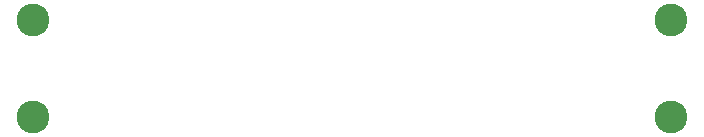
<source format=gbs>
%TF.GenerationSoftware,KiCad,Pcbnew,9.0.4*%
%TF.CreationDate,2025-09-24T03:04:27+03:00*%
%TF.ProjectId,TPS54331DDAR_Buck_converter,54505335-3433-4333-9144-4441525f4275,rev?*%
%TF.SameCoordinates,Original*%
%TF.FileFunction,Soldermask,Bot*%
%TF.FilePolarity,Negative*%
%FSLAX46Y46*%
G04 Gerber Fmt 4.6, Leading zero omitted, Abs format (unit mm)*
G04 Created by KiCad (PCBNEW 9.0.4) date 2025-09-24 03:04:27*
%MOMM*%
%LPD*%
G01*
G04 APERTURE LIST*
%ADD10C,2.775000*%
G04 APERTURE END LIST*
D10*
%TO.C,J2*%
X158500000Y-73500000D03*
X158500000Y-81750000D03*
%TD*%
%TO.C,J1*%
X104500000Y-81750000D03*
X104500000Y-73500000D03*
%TD*%
M02*

</source>
